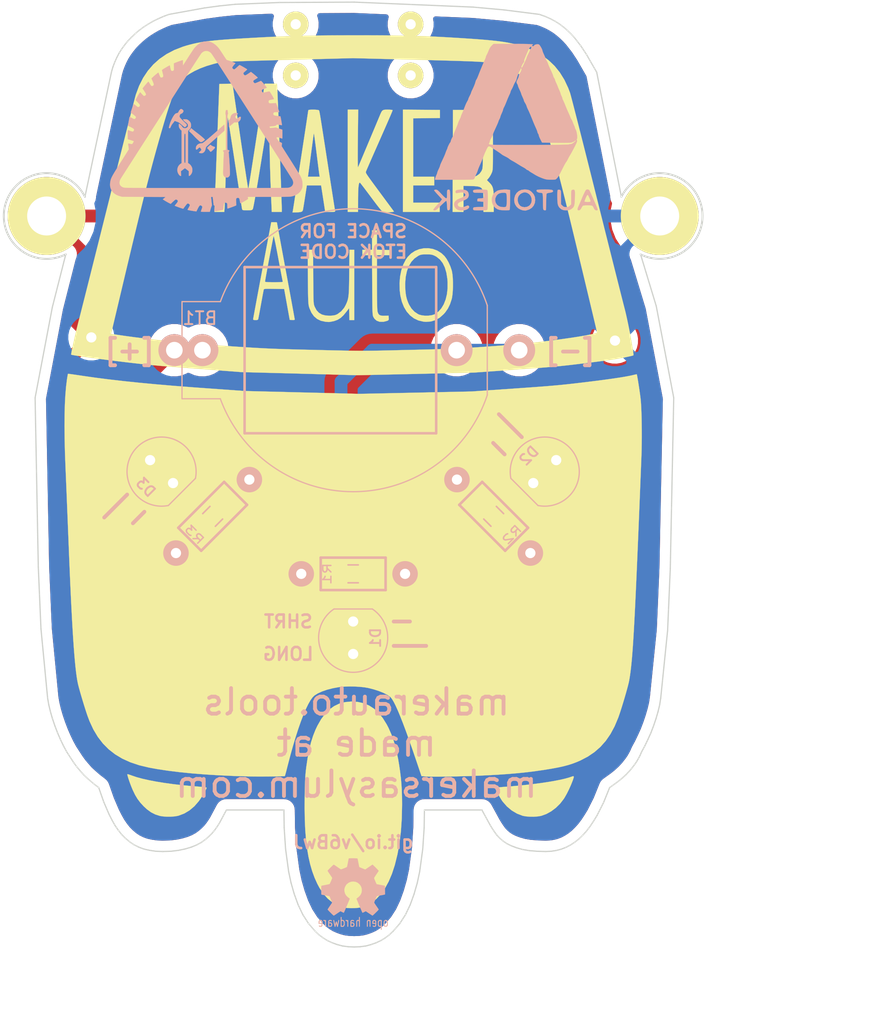
<source format=kicad_pcb>
(kicad_pcb (version 4) (host pcbnew 4.1.0-alpha+201607210716+6990~46~ubuntu15.10.1-product)
  (layers (0 F.Cu signal hide) (31 B.Cu signal hide) (34 B.Paste user) (35 F.Paste user) (36 B.SilkS user) (37 F.SilkS user hide) (38 B.Mask user) (39 F.Mask user) (44 Edge.Cuts user))
  (net 0 "")
  (net 1 /GND)
  (net 2 /3V)
  (net 3 /LED_red)
  (net 4 /LED_grn)
  (net 5 /LED_blu)
  (net 6 /TOP)
  (net 7 /BOT)
  (module makerauto:ma_silk (layer F.Cu) (at 75.75 129)
    (fp_text reference G*** hide)
    (fp_text value LOGO hide)
  )
  (module makerauto:cr2032_02 (layer B.Cu) (at 100 90.5 90)
    (fp_text reference BT1 (at 2.5 -12 180) (layer B.SilkS) (effects (justify mirror)))
    (fp_text value BATT_HOLDER hide)
    (pad 2 thru_hole circle (at 0 8.1 90) (size 2.5 2.5) (drill 1.3) (layers *.Cu *.Mask B.SilkS) (net 1 /GND))
    (pad 1 thru_hole circle (at 0 -11.8 90) (size 2.5 2.5) (drill 1.3) (layers *.Cu *.Mask B.SilkS) (net 2 /3V))
    (pad 1 thru_hole circle (at 0 -14 90) (size 2.5 2.5) (drill 1.3) (layers *.Cu *.Mask B.SilkS) (net 2 /3V))
    (pad 2 thru_hole circle (at 0 13 90) (size 2.5 2.5) (drill 1.3) (layers *.Cu *.Mask B.SilkS) (net 1 /GND))
  )
  (module makerauto:Logo_silk_OSHW_6x6mm (layer B.Cu) (at 100 132.5 180)
    (fp_text reference LOGO1 hide)
    (fp_text value OPEN_HARDWARE_1 hide)
  )
  (module makerauto:ma_logo (layer F.Cu) (at 100 100)
    (fp_text reference P1 hide)
    (fp_text value Logo_MA hide)
  )
  (module makerauto:MTG_3mm (layer F.Cu) (at 76 80)
    (fp_text reference P2 hide)
    (fp_text value Mirror hide)
    (pad 1 thru_hole circle (at 0 0) (size 6.096 6.096) (drill 3.048) (layers *.Cu *.Mask F.SilkS) (net 6 /TOP))
  )
  (module makerauto:MTG_3mm (layer F.Cu) (at 124 80)
    (fp_text reference P3 hide)
    (fp_text value Mirror hide)
    (pad 1 thru_hole circle (at 0 0) (size 6.096 6.096) (drill 3.048) (layers *.Cu *.Mask F.SilkS) (net 7 /BOT))
  )
  (module makerauto:LED-5MM (layer F.Cu) (at 100 113 90)
    (fp_text reference D1 (at -0.008975 1.75 90) (layer B.SilkS) (effects (font (size 0.8 0.8)) (justify mirror)))
    (fp_text value Red hide)
    (fp_text user SHRT (at 1.27 -5.08 180) (layer B.SilkS) (effects (font (thickness 0.2)) (justify mirror)))
    (fp_text user LONG (at -1.27 -5.08 180) (layer B.SilkS) (effects (font (thickness 0.2)) (justify mirror)))
    (pad 1 thru_hole oval (at -1.27 0 90) (size 1.8 2.2) (drill 0.8) (layers *.Cu *.Mask F.SilkS) (net 2 /3V))
    (pad 2 thru_hole oval (at 1.27 0 90) (size 1.8 2.2) (drill 0.8) (layers *.Cu *.Mask F.SilkS) (net 3 /LED_red))
  )
  (module makerauto:LED-5MM (layer F.Cu) (at 115 100 225)
    (fp_text reference D2 (at -0.008975 1.75 225) (layer B.SilkS) (effects (font (size 0.8 0.8)) (justify mirror)))
    (fp_text value Grn hide)
    (pad 1 thru_hole oval (at -1.27 0 225) (size 1.8 2.2) (drill 0.8) (layers *.Cu *.Mask F.SilkS) (net 2 /3V))
    (pad 2 thru_hole oval (at 1.27 0 225) (size 1.8 2.2) (drill 0.8) (layers *.Cu *.Mask F.SilkS) (net 4 /LED_grn))
  )
  (module makerauto:LED-5MM (layer F.Cu) (at 85 100 315)
    (fp_text reference D3 (at -0.008975 1.75 315) (layer B.SilkS) (effects (font (size 0.8 0.8)) (justify mirror)))
    (fp_text value Blu hide)
    (pad 1 thru_hole oval (at -1.27 0 315) (size 1.8 2.2) (drill 0.8) (layers *.Cu *.Mask F.SilkS) (net 2 /3V))
    (pad 2 thru_hole oval (at 1.27 0 315) (size 1.8 2.2) (drill 0.8) (layers *.Cu *.Mask F.SilkS) (net 5 /LED_blu))
  )
  (module makerauto:MTG_0mm8 (layer F.Cu) (at 104.5 69)
    (fp_text reference P7 hide)
    (fp_text value Pin hide)
    (pad 1 thru_hole circle (at 0 0) (size 2 2) (drill 0.8) (layers *.Cu *.Mask F.SilkS))
  )
  (module makerauto:MTG_0mm8 (layer F.Cu) (at 95.5 65)
    (fp_text reference P6 hide)
    (fp_text value Pin hide)
    (pad 1 thru_hole circle (at 0 0) (size 2 2) (drill 0.8) (layers *.Cu *.Mask F.SilkS))
  )
  (module makerauto:MTG_0mm8 (layer F.Cu) (at 104.5 65)
    (fp_text reference P5 hide)
    (fp_text value Pin hide)
    (pad 1 thru_hole circle (at 0 0) (size 2 2) (drill 0.8) (layers *.Cu *.Mask F.SilkS))
  )
  (module makerauto:MTG_0mm8 (layer F.Cu) (at 95.5 69)
    (fp_text reference P4 hide)
    (fp_text value Pin hide)
    (pad 1 thru_hole circle (at 0 0) (size 2 2) (drill 0.8) (layers *.Cu *.Mask F.SilkS))
  )
  (module makerauto:logo_asylum (layer B.Cu) (at 88.5 73 180)
    (fp_text reference G*** hide)
    (fp_text value LOGO hide)
  )
  (module makerauto:logo_autodesk (layer B.Cu) (at 112.5 73.5 180)
    (fp_text reference G*** hide)
    (fp_text value LOGO hide)
  )
  (module makerauto:MTG_0mm8 (layer F.Cu) (at 79.5 89.5)
    (fp_text reference P8 hide)
    (fp_text value Pin hide)
    (pad 1 thru_hole circle (at 0 0) (size 2 2) (drill 0.8) (layers *.Cu *.Mask F.SilkS) (net 6 /TOP))
  )
  (module makerauto:MTG_0mm8 (layer F.Cu) (at 120.5 89.75)
    (fp_text reference P9 hide)
    (fp_text value Pin hide)
    (pad 1 thru_hole circle (at 0 0) (size 2 2) (drill 0.8) (layers *.Cu *.Mask F.SilkS) (net 7 /BOT))
  )
  (module makerauto:r_0805 (layer B.Cu) (at 89 103.5 45)
    (fp_text reference R3 (at -2.032 0 315) (layer B.SilkS) (effects (font (size 0.635 0.889) (thickness 0.1143)) (justify mirror)))
    (fp_text value 47E hide)
    (pad 2 smd rect (at 0.95 0 45) (size 1 1.45) (layers B.Cu B.Paste B.Mask) (net 5 /LED_blu))
    (pad 1 smd rect (at -0.95 0 45) (size 1 1.45) (layers B.Cu B.Paste B.Mask) (net 1 /GND))
    (pad 2 thru_hole circle (at 4.064 0 45) (size 2 2) (drill 0.8) (layers *.Cu *.Mask B.SilkS) (net 5 /LED_blu))
    (pad 1 thru_hole circle (at -4.064 0 45) (size 2 2) (drill 0.8) (layers *.Cu *.Mask B.SilkS) (net 1 /GND))
  )
  (module makerauto:r_0805 (layer B.Cu) (at 111 103.5 135)
    (fp_text reference R2 (at -2.032 0 405) (layer B.SilkS) (effects (font (size 0.635 0.889) (thickness 0.1143)) (justify mirror)))
    (fp_text value 47E hide)
    (pad 2 smd rect (at 0.95 0 135) (size 1 1.45) (layers B.Cu B.Paste B.Mask) (net 4 /LED_grn))
    (pad 1 smd rect (at -0.95 0 135) (size 1 1.45) (layers B.Cu B.Paste B.Mask) (net 1 /GND))
    (pad 2 thru_hole circle (at 4.064 0 135) (size 2 2) (drill 0.8) (layers *.Cu *.Mask B.SilkS) (net 4 /LED_grn))
    (pad 1 thru_hole circle (at -4.064 0 135) (size 2 2) (drill 0.8) (layers *.Cu *.Mask B.SilkS) (net 1 /GND))
  )
  (module makerauto:r_0805 (layer B.Cu) (at 100 108)
    (fp_text reference R1 (at -2.032 0 270) (layer B.SilkS) (effects (font (size 0.635 0.889) (thickness 0.1143)) (justify mirror)))
    (fp_text value 47E hide)
    (pad 2 smd rect (at 0.95 0) (size 1 1.45) (layers B.Cu B.Paste B.Mask) (net 3 /LED_red))
    (pad 1 smd rect (at -0.95 0) (size 1 1.45) (layers B.Cu B.Paste B.Mask) (net 1 /GND))
    (pad 2 thru_hole circle (at 4.064 0) (size 2 2) (drill 0.8) (layers *.Cu *.Mask B.SilkS) (net 3 /LED_red))
    (pad 1 thru_hole circle (at -4.064 0) (size 2 2) (drill 0.8) (layers *.Cu *.Mask B.SilkS) (net 1 /GND))
  )
  (gr_text git.io/v6BwJ (at 100 129) (layer B.SilkS) (effects (font (size 1 1) (thickness 0.2)) (justify mirror)))
  (gr_line (start 91.5 97) (end 91.5 84) (layer B.SilkS) (width 0.2))
  (gr_line (start 106.5 97) (end 91.5 97) (layer B.SilkS) (width 0.2))
  (gr_line (start 106.5 84) (end 106.5 97) (layer B.SilkS) (width 0.2))
  (gr_line (start 91.5 84) (end 106.5 84) (layer B.SilkS) (width 0.2))
  (gr_text "SPACE FOR\nETOK CODE" (at 100 82) (layer B.SilkS) (effects (font (size 1 1) (thickness 0.2)) (justify mirror)))
  (gr_text [-] (at 117 90.5) (layer B.SilkS) (effects (font (size 1.5 1.5) (thickness 0.3)) (justify mirror)))
  (gr_text [+] (at 82.5 90.5) (layer B.SilkS) (effects (font (size 1.5 1.5) (thickness 0.3)) (justify mirror)))
  (gr_text "makerauto.tools\nmade at\nmakersasylum.com" (at 100.25 121.25) (layer B.SilkS) (effects (font (size 2 2) (thickness 0.3)) (justify mirror)))
  (gr_arc (start 76 80) (end 77.5 83) (angle 270) (layer Edge.Cuts) (width 0.15))
  (gr_arc (start 124 80) (end 121 78.5) (angle 270) (layer Edge.Cuts) (width 0.15))
  (gr_line (start 86.8485 129.5256) (end 86.3185 129.6356) (layer Edge.Cuts) (width 0.1))
  (gr_line (start 94.57844 126.4756) (end 90.07844 126.4756) (layer Edge.Cuts) (width 0.1))
  (gr_line (start 85.7384 129.7056) (end 85.0785 129.7256) (layer Edge.Cuts) (width 0.1))
  (gr_line (start 104.09847 134.6656) (end 103.64844 135.3654) (layer Edge.Cuts) (width 0.1))
  (gr_line (start 99.158421 137.1154) (end 98.748426 137.0056) (layer Edge.Cuts) (width 0.1))
  (gr_line (start 94.94846 131.2956) (end 94.70844 129.5256) (layer Edge.Cuts) (width 0.1))
  (gr_line (start 88.4284 128.7856) (end 88.1085 129.0156) (layer Edge.Cuts) (width 0.1))
  (gr_line (start 100.99843 137.1154) (end 100.54844 137.1756) (layer Edge.Cuts) (width 0.1))
  (gr_line (start 95.38846 133.0556) (end 95.13846 132.1856) (layer Edge.Cuts) (width 0.1))
  (gr_line (start 97.03847 135.9756) (end 96.50846 135.3654) (layer Edge.Cuts) (width 0.1))
  (gr_line (start 90.07844 126.4756) (end 89.53847 127.4856) (layer Edge.Cuts) (width 0.1))
  (gr_line (start 89.36843 127.7556) (end 89.17844 128.0256) (layer Edge.Cuts) (width 0.1))
  (gr_line (start 76.0785 117.7256) (end 75.5585 112.3155) (layer Edge.Cuts) (width 0.1))
  (gr_line (start 76.1685 118.2456) (end 76.0785 117.7256) (layer Edge.Cuts) (width 0.1))
  (gr_line (start 76.2985 118.7856) (end 76.1685 118.2456) (layer Edge.Cuts) (width 0.1))
  (gr_line (start 76.4585 119.3354) (end 76.2985 118.7856) (layer Edge.Cuts) (width 0.1))
  (gr_line (start 76.6485 119.8956) (end 76.4585 119.3354) (layer Edge.Cuts) (width 0.1))
  (gr_line (start 76.8585 120.4456) (end 76.6485 119.8956) (layer Edge.Cuts) (width 0.1))
  (gr_line (start 77.0885 120.9756) (end 76.8585 120.4456) (layer Edge.Cuts) (width 0.1))
  (gr_line (start 77.3285 121.4756) (end 77.0885 120.9756) (layer Edge.Cuts) (width 0.1))
  (gr_line (start 77.5785 121.9356) (end 77.3285 121.4756) (layer Edge.Cuts) (width 0.1))
  (gr_line (start 78.0985 122.7356) (end 77.5785 121.9356) (layer Edge.Cuts) (width 0.1))
  (gr_line (start 78.3585 123.0956) (end 78.0985 122.7356) (layer Edge.Cuts) (width 0.1))
  (gr_line (start 78.6385 123.4256) (end 78.3585 123.0956) (layer Edge.Cuts) (width 0.1))
  (gr_line (start 78.9285 123.7556) (end 78.6385 123.4256) (layer Edge.Cuts) (width 0.1))
  (gr_line (start 79.2685 124.0656) (end 78.9285 123.7556) (layer Edge.Cuts) (width 0.1))
  (gr_line (start 79.6485 124.3956) (end 79.2685 124.0656) (layer Edge.Cuts) (width 0.1))
  (gr_line (start 80.0785 124.7256) (end 79.6485 124.3956) (layer Edge.Cuts) (width 0.1))
  (gr_line (start 80.4685 125.8354) (end 80.0785 124.7256) (layer Edge.Cuts) (width 0.1))
  (gr_line (start 80.8885 126.8156) (end 80.4685 125.8354) (layer Edge.Cuts) (width 0.1))
  (gr_line (start 81.1185 127.2656) (end 80.8885 126.8156) (layer Edge.Cuts) (width 0.1))
  (gr_line (start 81.3485 127.6756) (end 81.1185 127.2656) (layer Edge.Cuts) (width 0.1))
  (gr_line (start 81.6085 128.0556) (end 81.3485 127.6756) (layer Edge.Cuts) (width 0.1))
  (gr_line (start 81.8785 128.3956) (end 81.6085 128.0556) (layer Edge.Cuts) (width 0.1))
  (gr_line (start 82.1785 128.6956) (end 81.8785 128.3956) (layer Edge.Cuts) (width 0.1))
  (gr_line (start 82.4985 128.9656) (end 82.1785 128.6956) (layer Edge.Cuts) (width 0.1))
  (gr_line (start 82.8385 129.1956) (end 82.4985 128.9656) (layer Edge.Cuts) (width 0.1))
  (gr_line (start 95.13846 132.1856) (end 94.94846 131.2956) (layer Edge.Cuts) (width 0.1))
  (gr_line (start 122.0185 122.9456) (end 121.6985 123.3556) (layer Edge.Cuts) (width 0.1))
  (gr_line (start 122.1785 122.7156) (end 122.0185 122.9456) (layer Edge.Cuts) (width 0.1))
  (gr_line (start 122.3185 122.4756) (end 122.1785 122.7156) (layer Edge.Cuts) (width 0.1))
  (gr_line (start 122.4585 122.2156) (end 122.3185 122.4756) (layer Edge.Cuts) (width 0.1))
  (gr_line (start 122.5785 121.9356) (end 122.4585 122.2156) (layer Edge.Cuts) (width 0.1))
  (gr_line (start 122.8285 121.4756) (end 122.5785 121.9356) (layer Edge.Cuts) (width 0.1))
  (gr_line (start 123.0685 120.9756) (end 122.8285 121.4756) (layer Edge.Cuts) (width 0.1))
  (gr_line (start 123.3085 120.4456) (end 123.0685 120.9756) (layer Edge.Cuts) (width 0.1))
  (gr_line (start 123.5185 119.8956) (end 123.3085 120.4456) (layer Edge.Cuts) (width 0.1))
  (gr_line (start 123.7085 119.3354) (end 123.5185 119.8956) (layer Edge.Cuts) (width 0.1))
  (gr_line (start 123.8685 118.7856) (end 123.7085 119.3354) (layer Edge.Cuts) (width 0.1))
  (gr_line (start 123.9985 118.2456) (end 123.8685 118.7856) (layer Edge.Cuts) (width 0.1))
  (gr_line (start 124.0785 117.7256) (end 123.9985 118.2456) (layer Edge.Cuts) (width 0.1))
  (gr_line (start 124.6185 112.4355) (end 124.0785 117.7256) (layer Edge.Cuts) (width 0.1))
  (gr_line (start 124.8285 107.5755) (end 124.6185 112.4355) (layer Edge.Cuts) (width 0.1))
  (gr_line (start 125.0985 94.22551) (end 124.8285 107.5755) (layer Edge.Cuts) (width 0.1))
  (gr_line (start 123.7285 87.0456) (end 125.0985 94.22551) (layer Edge.Cuts) (width 0.1))
  (gr_line (start 122.5 83) (end 123.7285 87.0456) (layer Edge.Cuts) (width 0.1))
  (gr_line (start 119.0685 68.7556) (end 121 78.5) (layer Edge.Cuts) (width 0.1))
  (gr_line (start 118.2685 67.3654) (end 119.0685 68.7556) (layer Edge.Cuts) (width 0.1))
  (gr_line (start 117.8285 66.6956) (end 118.2685 67.3654) (layer Edge.Cuts) (width 0.1))
  (gr_line (start 117.3385 66.0656) (end 117.8285 66.6956) (layer Edge.Cuts) (width 0.1))
  (gr_line (start 117.0685 65.7656) (end 117.3385 66.0656) (layer Edge.Cuts) (width 0.1))
  (gr_line (start 116.7785 65.4856) (end 117.0685 65.7656) (layer Edge.Cuts) (width 0.1))
  (gr_line (start 116.4785 65.2256) (end 116.7785 65.4856) (layer Edge.Cuts) (width 0.1))
  (gr_line (start 116.1485 64.9756) (end 116.4785 65.2256) (layer Edge.Cuts) (width 0.1))
  (gr_line (start 115.7985 64.7556) (end 116.1485 64.9756) (layer Edge.Cuts) (width 0.1))
  (gr_line (start 115.4185 64.5556) (end 115.7985 64.7556) (layer Edge.Cuts) (width 0.1))
  (gr_line (start 115.0085 64.3756) (end 115.4185 64.5556) (layer Edge.Cuts) (width 0.1))
  (gr_line (start 114.5785 64.2256) (end 115.0085 64.3756) (layer Edge.Cuts) (width 0.1))
  (gr_line (start 111.8185 63.8756) (end 114.5785 64.2256) (layer Edge.Cuts) (width 0.1))
  (gr_line (start 101.40842 137.0056) (end 100.99843 137.1154) (layer Edge.Cuts) (width 0.1))
  (gr_line (start 102.50846 136.4856) (end 102.16846 136.6956) (layer Edge.Cuts) (width 0.1))
  (gr_line (start 100.54844 137.1756) (end 100.07845 137.1956) (layer Edge.Cuts) (width 0.1))
  (gr_line (start 83.2185 129.3856) (end 82.8385 129.1956) (layer Edge.Cuts) (width 0.1))
  (gr_line (start 89.53847 127.4856) (end 89.36843 127.7556) (layer Edge.Cuts) (width 0.1))
  (gr_line (start 98.358453 136.8654) (end 97.98844 136.6956) (layer Edge.Cuts) (width 0.1))
  (gr_line (start 102.82844 136.2456) (end 102.50846 136.4856) (layer Edge.Cuts) (width 0.1))
  (gr_line (start 97.32844 136.2456) (end 97.03847 135.9756) (layer Edge.Cuts) (width 0.1))
  (gr_line (start 103.64844 135.3654) (end 103.11843 135.9756) (layer Edge.Cuts) (width 0.1))
  (gr_line (start 104.76844 133.0556) (end 104.46843 133.8856) (layer Edge.Cuts) (width 0.1))
  (gr_line (start 105.20844 131.2956) (end 105.01844 132.1856) (layer Edge.Cuts) (width 0.1))
  (gr_line (start 88.9584 128.2956) (end 88.7084 128.5456) (layer Edge.Cuts) (width 0.1))
  (gr_line (start 87.7384 129.2156) (end 87.3185 129.3856) (layer Edge.Cuts) (width 0.1))
  (gr_line (start 99.608453 137.1756) (end 99.158421 137.1154) (layer Edge.Cuts) (width 0.1))
  (gr_line (start 94.70844 129.5256) (end 94.59847 127.8654) (layer Edge.Cuts) (width 0.1))
  (gr_line (start 100.07845 137.1956) (end 99.608453 137.1756) (layer Edge.Cuts) (width 0.1))
  (gr_line (start 103.11843 135.9756) (end 102.82844 136.2456) (layer Edge.Cuts) (width 0.1))
  (gr_line (start 105.44846 129.5256) (end 105.20844 131.2956) (layer Edge.Cuts) (width 0.1))
  (gr_line (start 105.55843 127.8654) (end 105.44846 129.5256) (layer Edge.Cuts) (width 0.1))
  (gr_line (start 109.3885 63.6556) (end 111.8185 63.8756) (layer Edge.Cuts) (width 0.1))
  (gr_line (start 100.07845 63.2656) (end 109.3885 63.6556) (layer Edge.Cuts) (width 0.1))
  (gr_line (start 94.22846 63.2956) (end 100.07845 63.2656) (layer Edge.Cuts) (width 0.1))
  (gr_line (start 90.76844 63.4356) (end 94.22846 63.2956) (layer Edge.Cuts) (width 0.1))
  (gr_line (start 89.50846 63.5656) (end 90.76844 63.4356) (layer Edge.Cuts) (width 0.1))
  (gr_line (start 88.3384 63.7256) (end 89.50846 63.5656) (layer Edge.Cuts) (width 0.1))
  (gr_line (start 85.5784 64.2256) (end 88.3384 63.7256) (layer Edge.Cuts) (width 0.1))
  (gr_line (start 85.1484 64.3856) (end 85.5784 64.2256) (layer Edge.Cuts) (width 0.1))
  (gr_line (start 84.7385 64.5656) (end 85.1484 64.3856) (layer Edge.Cuts) (width 0.1))
  (gr_line (start 84.3485 64.7556) (end 84.7385 64.5656) (layer Edge.Cuts) (width 0.1))
  (gr_line (start 83.9685 64.9756) (end 84.3485 64.7556) (layer Edge.Cuts) (width 0.1))
  (gr_line (start 83.6085 65.2056) (end 83.9685 64.9756) (layer Edge.Cuts) (width 0.1))
  (gr_line (start 83.2685 65.4556) (end 83.6085 65.2056) (layer Edge.Cuts) (width 0.1))
  (gr_line (start 82.9485 65.7256) (end 83.2685 65.4556) (layer Edge.Cuts) (width 0.1))
  (gr_line (start 82.6485 66.0056) (end 82.9485 65.7256) (layer Edge.Cuts) (width 0.1))
  (gr_line (start 82.3685 66.2956) (end 82.6485 66.0056) (layer Edge.Cuts) (width 0.1))
  (gr_line (start 82.1185 66.6056) (end 82.3685 66.2956) (layer Edge.Cuts) (width 0.1))
  (gr_line (start 81.8785 66.9356) (end 82.1185 66.6056) (layer Edge.Cuts) (width 0.1))
  (gr_line (start 81.6685 67.2656) (end 81.8785 66.9356) (layer Edge.Cuts) (width 0.1))
  (gr_line (start 81.4885 67.6154) (end 81.6685 67.2656) (layer Edge.Cuts) (width 0.1))
  (gr_line (start 81.3285 67.9756) (end 81.4885 67.6154) (layer Edge.Cuts) (width 0.1))
  (gr_line (start 81.1885 68.3456) (end 81.3285 67.9756) (layer Edge.Cuts) (width 0.1))
  (gr_line (start 81.0785 68.7256) (end 81.1885 68.3456) (layer Edge.Cuts) (width 0.1))
  (gr_line (start 79 78.5) (end 81.0785 68.7256) (layer Edge.Cuts) (width 0.1))
  (gr_line (start 76.4485 87.1356) (end 77.5 83) (layer Edge.Cuts) (width 0.1))
  (gr_line (start 75.0985 94.22551) (end 76.4485 87.1356) (layer Edge.Cuts) (width 0.1))
  (gr_line (start 75.3485 107.47551) (end 75.0985 94.22551) (layer Edge.Cuts) (width 0.1))
  (gr_line (start 75.5585 112.3155) (end 75.3485 107.47551) (layer Edge.Cuts) (width 0.1))
  (gr_line (start 95.68842 133.8856) (end 95.38846 133.0556) (layer Edge.Cuts) (width 0.1))
  (gr_line (start 97.64844 136.4856) (end 97.32844 136.2456) (layer Edge.Cuts) (width 0.1))
  (gr_line (start 96.50846 135.3654) (end 96.05843 134.6656) (layer Edge.Cuts) (width 0.1))
  (gr_line (start 87.3185 129.3856) (end 86.8485 129.5256) (layer Edge.Cuts) (width 0.1))
  (gr_line (start 89.17844 128.0256) (end 88.9584 128.2956) (layer Edge.Cuts) (width 0.1))
  (gr_line (start 88.1085 129.0156) (end 87.7384 129.2156) (layer Edge.Cuts) (width 0.1))
  (gr_line (start 84.0785 129.6356) (end 83.6285 129.5356) (layer Edge.Cuts) (width 0.1))
  (gr_line (start 110.0784 126.4756) (end 105.57844 126.4756) (layer Edge.Cuts) (width 0.1))
  (gr_line (start 85.0785 129.7256) (end 84.5585 129.7056) (layer Edge.Cuts) (width 0.1))
  (gr_line (start 96.05843 134.6656) (end 95.68842 133.8856) (layer Edge.Cuts) (width 0.1))
  (gr_line (start 110.0784 126.4756) (end 110.0784 126.4756) (layer Edge.Cuts) (width 0.1))
  (gr_line (start 110.7184 127.6456) (end 110.0784 126.4756) (layer Edge.Cuts) (width 0.1))
  (gr_line (start 110.8885 127.9256) (end 110.7184 127.6456) (layer Edge.Cuts) (width 0.1))
  (gr_line (start 111.0685 128.1956) (end 110.8885 127.9256) (layer Edge.Cuts) (width 0.1))
  (gr_line (start 111.2585 128.4556) (end 111.0685 128.1956) (layer Edge.Cuts) (width 0.1))
  (gr_line (start 111.4884 128.6956) (end 111.2585 128.4556) (layer Edge.Cuts) (width 0.1))
  (gr_line (start 111.7484 128.9156) (end 111.4884 128.6956) (layer Edge.Cuts) (width 0.1))
  (gr_line (start 112.0484 129.1154) (end 111.7484 128.9156) (layer Edge.Cuts) (width 0.1))
  (gr_line (start 112.3984 129.2856) (end 112.0484 129.1154) (layer Edge.Cuts) (width 0.1))
  (gr_line (start 112.7984 129.4356) (end 112.3984 129.2856) (layer Edge.Cuts) (width 0.1))
  (gr_line (start 113.2585 129.5656) (end 112.7984 129.4356) (layer Edge.Cuts) (width 0.1))
  (gr_line (start 113.7885 129.6556) (end 113.2585 129.5656) (layer Edge.Cuts) (width 0.1))
  (gr_line (start 114.3985 129.7056) (end 113.7885 129.6556) (layer Edge.Cuts) (width 0.1))
  (gr_line (start 115.0785 129.7256) (end 114.3985 129.7056) (layer Edge.Cuts) (width 0.1))
  (gr_line (start 115.4985 129.7056) (end 115.0785 129.7256) (layer Edge.Cuts) (width 0.1))
  (gr_line (start 115.8985 129.6456) (end 115.4985 129.7056) (layer Edge.Cuts) (width 0.1))
  (gr_line (start 116.2785 129.5456) (end 115.8985 129.6456) (layer Edge.Cuts) (width 0.1))
  (gr_line (start 116.6485 129.4056) (end 116.2785 129.5456) (layer Edge.Cuts) (width 0.1))
  (gr_line (start 116.9985 129.2256) (end 116.6485 129.4056) (layer Edge.Cuts) (width 0.1))
  (gr_line (start 117.3385 129.0056) (end 116.9985 129.2256) (layer Edge.Cuts) (width 0.1))
  (gr_line (start 117.6585 128.7556) (end 117.3385 129.0056) (layer Edge.Cuts) (width 0.1))
  (gr_line (start 117.9685 128.4556) (end 117.6585 128.7556) (layer Edge.Cuts) (width 0.1))
  (gr_line (start 118.2685 128.1256) (end 117.9685 128.4556) (layer Edge.Cuts) (width 0.1))
  (gr_line (start 118.5585 127.7456) (end 118.2685 128.1256) (layer Edge.Cuts) (width 0.1))
  (gr_line (start 118.8285 127.3354) (end 118.5585 127.7456) (layer Edge.Cuts) (width 0.1))
  (gr_line (start 119.0985 126.8956) (end 118.8285 127.3354) (layer Edge.Cuts) (width 0.1))
  (gr_line (start 119.6085 125.8856) (end 119.0985 126.8956) (layer Edge.Cuts) (width 0.1))
  (gr_line (start 120.0785 124.7256) (end 119.6085 125.8856) (layer Edge.Cuts) (width 0.1))
  (gr_line (start 120.6785 124.2956) (end 120.0785 124.7256) (layer Edge.Cuts) (width 0.1))
  (gr_line (start 121.0185 124.0256) (end 120.6785 124.2956) (layer Edge.Cuts) (width 0.1))
  (gr_line (start 121.3585 123.7156) (end 121.0185 124.0256) (layer Edge.Cuts) (width 0.1))
  (gr_line (start 121.6985 123.3556) (end 121.3585 123.7156) (layer Edge.Cuts) (width 0.1))
  (gr_line (start 104.46843 133.8856) (end 104.09847 134.6656) (layer Edge.Cuts) (width 0.1))
  (gr_line (start 83.6285 129.5356) (end 83.2185 129.3856) (layer Edge.Cuts) (width 0.1))
  (gr_line (start 102.16846 136.6956) (end 101.79844 136.8654) (layer Edge.Cuts) (width 0.1))
  (gr_line (start 105.01844 132.1856) (end 104.76844 133.0556) (layer Edge.Cuts) (width 0.1))
  (gr_line (start 84.5585 129.7056) (end 84.0785 129.6356) (layer Edge.Cuts) (width 0.1))
  (gr_line (start 97.98844 136.6956) (end 97.64844 136.4856) (layer Edge.Cuts) (width 0.1))
  (gr_line (start 86.3185 129.6356) (end 85.7384 129.7056) (layer Edge.Cuts) (width 0.1))
  (gr_line (start 98.748426 137.0056) (end 98.358453 136.8654) (layer Edge.Cuts) (width 0.1))
  (gr_line (start 88.7084 128.5456) (end 88.4284 128.7856) (layer Edge.Cuts) (width 0.1))
  (gr_line (start 101.79844 136.8654) (end 101.40842 137.0056) (layer Edge.Cuts) (width 0.1))
  (gr_line (start 94.59847 127.8654) (end 94.57844 126.4756) (layer Edge.Cuts) (width 0.1))
  (gr_line (start 105.57844 126.4756) (end 105.55843 127.8654) (layer Edge.Cuts) (width 0.1))
  (segment (start 99.05 105) (end 99.05 92.95) (width 1) (layer B.Cu) (net 1))
  (segment (start 99.05 92.95) (end 101.5 90.5) (width 1) (layer B.Cu) (net 1))
  (segment (start 99.05 108) (end 99.05 105) (width 1) (layer B.Cu) (net 1))
  (segment (start 96 105) (end 89.156498 105) (width 1) (layer B.Cu) (net 1))
  (segment (start 89.156498 105) (end 88.328249 104.171751) (width 1) (layer B.Cu) (net 1))
  (segment (start 96 105) (end 99.05 105) (width 1) (layer B.Cu) (net 1))
  (segment (start 99.05 105) (end 110.843502 105) (width 1) (layer B.Cu) (net 1))
  (segment (start 110.843502 105) (end 111.671751 104.171751) (width 1) (layer B.Cu) (net 1))
  (segment (start 108.1 90.5) (end 113 90.5) (width 1) (layer B.Cu) (net 1))
  (segment (start 101.5 90.5) (end 108.1 90.5) (width 1) (layer B.Cu) (net 1))
  (segment (start 113.873682 106.373682) (end 111.671751 104.171751) (width 1) (layer B.Cu) (net 1))
  (segment (start 99.05 108) (end 95.936 108) (width 1) (layer B.Cu) (net 1))
  (segment (start 88.328249 104.171751) (end 86.126318 106.373682) (width 1) (layer B.Cu) (net 1))
  (segment (start 100 114.27) (end 114.23 114.27) (width 1) (layer F.Cu) (net 2))
  (segment (start 117 100.203948) (end 115.898026 99.101974) (width 1) (layer F.Cu) (net 2))
  (segment (start 117 111.5) (end 117 100.203948) (width 1) (layer F.Cu) (net 2))
  (segment (start 114.23 114.27) (end 117 111.5) (width 1) (layer F.Cu) (net 2))
  (segment (start 100 114.27) (end 85.77 114.27) (width 1) (layer F.Cu) (net 2))
  (segment (start 82.5 100.703948) (end 84.101974 99.101974) (width 1) (layer F.Cu) (net 2))
  (segment (start 82.5 111) (end 82.5 100.703948) (width 1) (layer F.Cu) (net 2))
  (segment (start 85.77 114.27) (end 82.5 111) (width 1) (layer F.Cu) (net 2))
  (segment (start 84.101974 99.101974) (end 84.101974 92.398026) (width 1) (layer F.Cu) (net 2))
  (segment (start 84.101974 92.398026) (end 86 90.5) (width 1) (layer F.Cu) (net 2))
  (segment (start 88.2 90.5) (end 86 90.5) (width 1) (layer F.Cu) (net 2))
  (segment (start 100.95 108) (end 100.95 110.78) (width 1) (layer B.Cu) (net 3))
  (segment (start 100.95 110.78) (end 100 111.73) (width 1) (layer B.Cu) (net 3))
  (segment (start 100.95 108) (end 104.064 108) (width 1) (layer B.Cu) (net 3))
  (segment (start 110.328249 102.828249) (end 108.126318 100.626318) (width 1) (layer B.Cu) (net 4))
  (segment (start 114.101974 100.898026) (end 112.258472 100.898026) (width 1) (layer B.Cu) (net 4))
  (segment (start 112.258472 100.898026) (end 110.328249 102.828249) (width 1) (layer B.Cu) (net 4))
  (segment (start 85.898026 100.898026) (end 87.741528 100.898026) (width 1) (layer B.Cu) (net 5))
  (segment (start 87.741528 100.898026) (end 89.671751 102.828249) (width 1) (layer B.Cu) (net 5))
  (segment (start 89.671751 102.828249) (end 91.873682 100.626318) (width 1) (layer B.Cu) (net 5))
  (segment (start 76 80) (end 81.25 80) (width 1) (layer F.Cu) (net 6))
  (segment (start 82.25 86.75) (end 79.5 89.5) (width 1) (layer F.Cu) (net 6))
  (segment (start 81.25 80) (end 82.25 81) (width 1) (layer F.Cu) (net 6))
  (segment (start 82.25 81) (end 82.25 86.75) (width 1) (layer F.Cu) (net 6))
  (segment (start 124 80) (end 119.25 80) (width 1) (layer B.Cu) (net 7))
  (segment (start 117.75 87) (end 120.5 89.75) (width 1) (layer B.Cu) (net 7))
  (segment (start 119.25 80) (end 117.75 81.5) (width 1) (layer B.Cu) (net 7))
  (segment (start 117.75 81.5) (end 117.75 87) (width 1) (layer B.Cu) (net 7))
  (zone (net 7) (net_name /BOT) (layer B.Cu) (connect_pads (clearance 0.8)) (min_thickness 0.4) (fill yes (arc_segments 32) (thermal_gap 1) (thermal_bridge_width 1) (smoothing fillet) (radius 0.5))
    (polygon (pts (xy 72 62.5) (xy 128 62.5) (xy 128 137.5) (xy 72 137.5)))
  )
  (zone (net 6) (net_name /TOP) (layer F.Cu) (connect_pads (clearance 0.8)) (min_thickness 0.4) (fill yes (arc_segments 32) (thermal_gap 1) (thermal_bridge_width 1) (smoothing fillet) (radius 0.5))
    (polygon (pts (xy 72 62.5) (xy 128 62.5) (xy 128 137.5) (xy 72 137.5)))
  )
)
</source>
